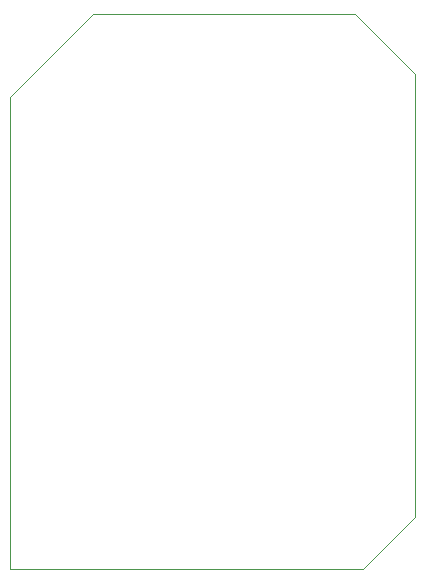
<source format=gbp>
G75*
%MOIN*%
%OFA0B0*%
%FSLAX25Y25*%
%IPPOS*%
%LPD*%
%AMOC8*
5,1,8,0,0,1.08239X$1,22.5*
%
%ADD10C,0.00000*%
D10*
X0002817Y0003271D02*
X0002817Y0160771D01*
X0030317Y0188271D01*
X0117817Y0188271D01*
X0137817Y0168271D01*
X0137817Y0020771D01*
X0120317Y0003271D01*
X0002817Y0003271D01*
M02*

</source>
